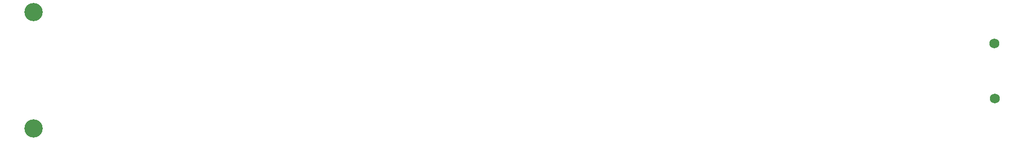
<source format=gbs>
%FSLAX25Y25*%
%MOIN*%
G70*
G01*
G75*
G04 Layer_Color=16711935*
%ADD10R,0.07874X0.01969*%
%ADD11R,0.15000X0.02200*%
%ADD12C,0.02000*%
%ADD13C,0.01200*%
%ADD14C,0.01500*%
%ADD15C,0.02109*%
%ADD16C,0.11811*%
%ADD17C,0.06102*%
%ADD18C,0.02800*%
%ADD19C,0.01000*%
%ADD20R,0.08674X0.02769*%
%ADD21R,0.15800X0.03000*%
%ADD22C,0.12611*%
%ADD23C,0.06902*%
D22*
X17000Y95236D02*
D03*
Y15000D02*
D03*
D23*
X675858Y35728D02*
D03*
X675661Y73622D02*
D03*
M02*

</source>
